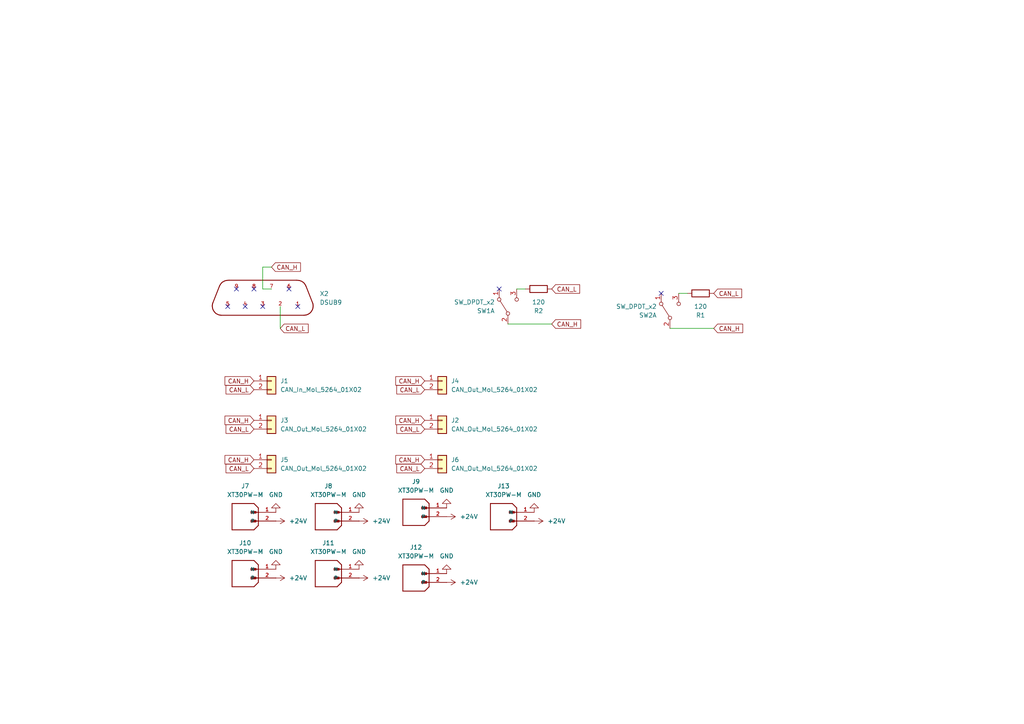
<source format=kicad_sch>
(kicad_sch (version 20231120) (generator "eeschema") (generator_version "8.0")
  (paper "A4")
  (lib_symbols
    (symbol "BC_Connectors:BC_Connector_Mol_5264_01X02" (pin_names (offset 1.016) hide)
      (property "Reference" "J" (at 0 7.62 0))
      (property "Value" "BC_Connector_Mol_5264_01X02" (at 0.508 -0.762 0))
      (symbol "BC_Connector_Mol_5264_01X02_1_1"
        (rectangle (start -1.27 2.667) (end 0 2.413) (stroke (width 0.1524)))
        (rectangle (start -1.27 5.207) (end 0 4.953) (stroke (width 0.1524)))
        (rectangle (start -1.27 6.35) (end 1.27 1.27) (stroke (width 0.254)) (fill (type background)))
        (pin passive line (at -5.08 5.08 0) (length 3.81) (name "Pin_1") (number "1"))
        (pin passive line (at -5.08 2.54 0) (length 3.81) (name "Pin_2") (number "2"))
      )
    )
    (symbol "DSUB9_1" (pin_names (offset 1.016))
      (property "Reference" "X2" (at 16.51 1.1796 0))
      (property "Value" "DSUB9" (at 16.51 -1.3604 0))
      (symbol "DSUB9_1_0_0"
        (polyline (pts (xy -14.6304 -2.5146) (xy -14.5796 -2.8194)) (stroke (width 0.254)))
        (polyline (pts (xy -14.6304 -2.286) (xy -14.6304 -2.5146)) (stroke (width 0.254)))
        (polyline (pts (xy -14.605 -2.032) (xy -14.6304 -2.286)) (stroke (width 0.254)))
        (polyline (pts (xy -14.5796 -2.8194) (xy -14.5288 -3.0988)) (stroke (width 0.254)))
        (polyline (pts (xy -14.5542 -1.7526) (xy -14.605 -2.032)) (stroke (width 0.254)))
        (polyline (pts (xy -14.5288 -3.0988) (xy -14.4018 -3.4798)) (stroke (width 0.254)))
        (polyline (pts (xy -14.478 -1.524) (xy -14.5542 -1.7526)) (stroke (width 0.254)))
        (polyline (pts (xy -14.478 -1.524) (xy -12.573 3.302)) (stroke (width 0.254)))
        (polyline (pts (xy -14.4018 -3.4798) (xy -14.1986 -3.8354)) (stroke (width 0.254)))
        (polyline (pts (xy -14.1986 -3.8354) (xy -13.97 -4.1656)) (stroke (width 0.254)))
        (polyline (pts (xy -13.97 -4.1656) (xy -13.6398 -4.4958)) (stroke (width 0.254)))
        (polyline (pts (xy -13.6398 -4.4958) (xy -13.2334 -4.7498)) (stroke (width 0.254)))
        (polyline (pts (xy -13.2334 -4.7498) (xy -12.9032 -4.9022)) (stroke (width 0.254)))
        (polyline (pts (xy -12.9032 -4.9022) (xy -12.573 -5.0038)) (stroke (width 0.254)))
        (polyline (pts (xy -12.573 -5.0038) (xy -12.2682 -5.0546)) (stroke (width 0.254)))
        (polyline (pts (xy -12.446 3.5814) (xy -12.573 3.302)) (stroke (width 0.254)))
        (polyline (pts (xy -12.2682 -5.0546) (xy -12.065 -5.08)) (stroke (width 0.254)))
        (polyline (pts (xy -12.2428 3.9116) (xy -12.446 3.5814)) (stroke (width 0.254)))
        (polyline (pts (xy -11.9634 4.2926) (xy -12.2428 3.9116)) (stroke (width 0.254)))
        (polyline (pts (xy -11.5824 4.5974) (xy -11.9634 4.2926)) (stroke (width 0.254)))
        (polyline (pts (xy -11.0998 4.8514) (xy -11.5824 4.5974)) (stroke (width 0.254)))
        (polyline (pts (xy -10.6426 5.0038) (xy -11.0998 4.8514)) (stroke (width 0.254)))
        (polyline (pts (xy -10.2616 5.0546) (xy -10.6426 5.0038)) (stroke (width 0.254)))
        (polyline (pts (xy -9.779 5.08) (xy -10.2616 5.0546)) (stroke (width 0.254)))
        (polyline (pts (xy -9.779 5.08) (xy 9.779 5.08)) (stroke (width 0.254)))
        (polyline (pts (xy 9.779 5.08) (xy 10.2616 5.0546)) (stroke (width 0.254)))
        (polyline (pts (xy 10.2616 5.0546) (xy 10.6426 5.0038)) (stroke (width 0.254)))
        (polyline (pts (xy 10.6426 5.0038) (xy 11.0998 4.8514)) (stroke (width 0.254)))
        (polyline (pts (xy 11.0998 4.8514) (xy 11.5824 4.5974)) (stroke (width 0.254)))
        (polyline (pts (xy 11.5824 4.5974) (xy 11.9634 4.2926)) (stroke (width 0.254)))
        (polyline (pts (xy 11.938 -5.08) (xy -12.065 -5.08)) (stroke (width 0.254)))
        (polyline (pts (xy 11.9634 4.2926) (xy 12.2428 3.9116)) (stroke (width 0.254)))
        (polyline (pts (xy 12.2428 3.9116) (xy 12.446 3.5814)) (stroke (width 0.254)))
        (polyline (pts (xy 12.2682 -5.0546) (xy 11.938 -5.08)) (stroke (width 0.254)))
        (polyline (pts (xy 12.446 3.5814) (xy 12.573 3.302)) (stroke (width 0.254)))
        (polyline (pts (xy 12.573 -5.0038) (xy 12.2682 -5.0546)) (stroke (width 0.254)))
        (polyline (pts (xy 12.9032 -4.9022) (xy 12.573 -5.0038)) (stroke (width 0.254)))
        (polyline (pts (xy 13.2334 -4.7498) (xy 12.9032 -4.9022)) (stroke (width 0.254)))
        (polyline (pts (xy 13.6398 -4.4958) (xy 13.2334 -4.7498)) (stroke (width 0.254)))
        (polyline (pts (xy 13.97 -4.1656) (xy 13.6398 -4.4958)) (stroke (width 0.254)))
        (polyline (pts (xy 14.1986 -3.8354) (xy 13.97 -4.1656)) (stroke (width 0.254)))
        (polyline (pts (xy 14.4018 -3.4798) (xy 14.1986 -3.8354)) (stroke (width 0.254)))
        (polyline (pts (xy 14.478 -1.524) (xy 12.573 3.302)) (stroke (width 0.254)))
        (polyline (pts (xy 14.478 -1.524) (xy 14.5542 -1.7526)) (stroke (width 0.254)))
        (polyline (pts (xy 14.5288 -3.0988) (xy 14.4018 -3.4798)) (stroke (width 0.254)))
        (polyline (pts (xy 14.5542 -1.7526) (xy 14.605 -2.032)) (stroke (width 0.254)))
        (polyline (pts (xy 14.5796 -2.8194) (xy 14.5288 -3.0988)) (stroke (width 0.254)))
        (polyline (pts (xy 14.605 -2.032) (xy 14.6304 -2.286)) (stroke (width 0.254)))
        (polyline (pts (xy 14.6304 -2.5146) (xy 14.5796 -2.8194)) (stroke (width 0.254)))
        (polyline (pts (xy 14.6304 -2.286) (xy 14.6304 -2.5146)) (stroke (width 0.254)))
        (pin passive line (at 10.16 -2.54 0) (length 0) (name "~") (number "1"))
        (pin passive line (at 5.08 -2.54 0) (length 0) (name "~") (number "2"))
        (pin passive line (at 0 -2.54 0) (length 0) (name "~") (number "3"))
        (pin passive line (at -5.08 -2.54 0) (length 0) (name "~") (number "4"))
        (pin passive line (at -10.16 -2.54 0) (length 0) (name "~") (number "5"))
        (pin passive line (at 7.62 2.54 0) (length 0) (name "~") (number "6"))
        (pin passive line (at 2.54 2.54 0) (length 0) (name "~") (number "7"))
        (pin passive line (at -2.54 2.54 0) (length 0) (name "~") (number "8"))
        (pin passive line (at -7.62 2.54 0) (length 0) (name "~") (number "9"))
      )
    )
    (symbol "Device:R" (pin_numbers hide) (pin_names (offset 0))
      (property "Reference" "R" (at 2.032 0 90))
      (property "Value" "R" (at 0 0 90))
      (symbol "R_0_1"
        (rectangle (start -1.016 -2.54) (end 1.016 2.54) (stroke (width 0.254)))
      )
      (symbol "R_1_1"
        (pin passive line (at 0 3.81 270) (length 1.27) (name "~") (number "1"))
        (pin passive line (at 0 -3.81 90) (length 1.27) (name "~") (number "2"))
      )
    )
    (symbol "Switch:SW_DPDT_x2" (pin_names (offset 0) hide)
      (property "Reference" "SW" (at 0 4.318 0))
      (property "Value" "SW_DPDT_x2" (at 0 -5.08 0))
      (symbol "SW_DPDT_x2_0_0"
        (circle (center -2.032 0) (radius 0.508))
        (circle (center 2.032 -2.54) (radius 0.508))
      )
      (symbol "SW_DPDT_x2_0_1"
        (polyline (pts (xy -1.524 0.254) (xy 1.651 2.286)))
        (circle (center 2.032 2.54) (radius 0.508))
      )
      (symbol "SW_DPDT_x2_1_1"
        (pin passive line (at 5.08 2.54 180) (length 2.54) (name "A") (number "1"))
        (pin passive line (at -5.08 0 0) (length 2.54) (name "B") (number "2"))
        (pin passive line (at 5.08 -2.54 180) (length 2.54) (name "C") (number "3"))
      )
      (symbol "SW_DPDT_x2_2_1"
        (pin passive line (at 5.08 2.54 180) (length 2.54) (name "A") (number "4"))
        (pin passive line (at -5.08 0 0) (length 2.54) (name "B") (number "5"))
        (pin passive line (at 5.08 -2.54 180) (length 2.54) (name "C") (number "6"))
      )
    )
    (symbol "XT30PW-M_2" (pin_names (offset 1.016))
      (property "Reference" "J7" (at -3.81 7.62 0))
      (property "Value" "XT30PW-M" (at -3.81 5.08 0))
      (symbol "XT30PW-M_2_0_0"
        (rectangle (start -2.2225 -2.2225) (end -0.635 -2.8575) (stroke (width 0.1)) (fill (type outline)))
        (rectangle (start -2.2225 0.3175) (end -0.635 -0.3175) (stroke (width 0.1)) (fill (type outline)))
        (polyline (pts (xy -7.62 -5.08) (xy -7.62 2.54)) (stroke (width 0.254)))
        (polyline (pts (xy -7.62 2.54) (xy -1.27 2.54)) (stroke (width 0.254)))
        (polyline (pts (xy -1.27 -5.08) (xy -7.62 -5.08)) (stroke (width 0.254)))
        (polyline (pts (xy 0 -3.81) (xy -1.27 -5.08)) (stroke (width 0.254)))
        (polyline (pts (xy 0 -2.54) (xy -1.905 -2.54)) (stroke (width 0.254)))
        (polyline (pts (xy 0 0) (xy -1.905 0)) (stroke (width 0.254)))
        (polyline (pts (xy 0 0) (xy 0 -3.81)) (stroke (width 0.254)))
        (polyline (pts (xy 0 1.27) (xy -1.27 2.54)) (stroke (width 0.254)))
        (polyline (pts (xy 0 1.27) (xy 0 0)) (stroke (width 0.254)))
      )
      (symbol "XT30PW-M_2_1_0"
        (pin power_in line (at 5.08 0 180) (length 5.08) (name "N") (number "1"))
        (pin power_in line (at 5.08 -2.54 180) (length 5.08) (name "P") (number "2"))
      )
    )
    (symbol "power:+24V" (power) (pin_numbers hide) (pin_names (offset 0) hide)
      (property "Value" "+24V" (at 0 3.556 0))
      (symbol "+24V_0_1"
        (polyline (pts (xy -0.762 1.27) (xy 0 2.54)))
        (polyline (pts (xy 0 0) (xy 0 2.54)))
        (polyline (pts (xy 0 2.54) (xy 0.762 1.27)))
      )
      (symbol "+24V_1_1"
        (pin power_in line (at 0 0 90) (length 0) (name "~") (number "1"))
      )
    )
    (symbol "power:GND" (power) (pin_numbers hide) (pin_names (offset 0) hide)
      (property "Value" "GND" (at 0 -3.81 0))
      (symbol "GND_0_1"
        (polyline (pts (xy 0 0) (xy 0 -1.27) (xy 1.27 -1.27) (xy 0 -2.54) (xy -1.27 -1.27) (xy 0 -1.27)))
      )
      (symbol "GND_1_1"
        (pin power_in line (at 0 0 270) (length 0) (name "~") (number "1"))
      )
    )
  )
  (no_connect (at 83.82 83.82))
  (no_connect (at 191.77 85.09))
  (no_connect (at 73.66 83.82))
  (no_connect (at 76.2 88.9))
  (no_connect (at 66.04 88.9))
  (no_connect (at 144.78 83.82))
  (no_connect (at 71.12 88.9))
  (no_connect (at 68.58 83.82))
  (no_connect (at 86.36 88.9))
  (wire (pts (xy 160.02 93.98) (xy 147.32 93.98)))
  (wire (pts (xy 76.2 77.47) (xy 78.74 77.47)))
  (wire (pts (xy 207.01 95.25) (xy 194.31 95.25)))
  (wire (pts (xy 78.74 83.82) (xy 76.2 83.82)))
  (wire (pts (xy 81.28 88.9) (xy 81.28 95.25)))
  (wire (pts (xy 199.39 85.09) (xy 196.85 85.09)))
  (wire (pts (xy 152.4 83.82) (xy 149.86 83.82)))
  (wire (pts (xy 76.2 83.82) (xy 76.2 77.47)))
  (global_label "CAN_L" (shape input) (at 73.66 135.89 180) (property "Intersheetrefs" "${INTERSHEET_REFS}" (effects (hide yes))))
  (global_label "CAN_H" (shape input) (at 73.66 133.35 180) (property "Intersheetrefs" "${INTERSHEET_REFS}" (effects (hide yes))))
  (global_label "CAN_L" (shape input) (at 73.66 113.03 180) (property "Intersheetrefs" "${INTERSHEET_REFS}" (effects (hide yes))))
  (global_label "CAN_L" (shape input) (at 73.66 124.46 180) (property "Intersheetrefs" "${INTERSHEET_REFS}" (effects (hide yes))))
  (global_label "CAN_H" (shape input) (at 73.66 121.92 180) (property "Intersheetrefs" "${INTERSHEET_REFS}" (effects (hide yes))))
  (global_label "CAN_L" (shape input) (at 123.19 135.89 180) (property "Intersheetrefs" "${INTERSHEET_REFS}" (effects (hide yes))))
  (global_label "CAN_H" (shape input) (at 123.19 110.49 180) (property "Intersheetrefs" "${INTERSHEET_REFS}" (effects (hide yes))))
  (global_label "CAN_H" (shape input) (at 160.02 93.98 0) (property "Intersheetrefs" "${INTERSHEET_REFS}" (effects (hide yes))))
  (global_label "CAN_L" (shape input) (at 123.19 113.03 180) (property "Intersheetrefs" "${INTERSHEET_REFS}" (effects (hide yes))))
  (global_label "CAN_H" (shape input) (at 207.01 95.25 0) (property "Intersheetrefs" "${INTERSHEET_REFS}" (effects (hide yes))))
  (global_label "CAN_L" (shape input) (at 207.01 85.09 0) (property "Intersheetrefs" "${INTERSHEET_REFS}" (effects (hide yes))))
  (global_label "CAN_H" (shape input) (at 73.66 110.49 180) (property "Intersheetrefs" "${INTERSHEET_REFS}" (effects (hide yes))))
  (global_label "CAN_L" (shape input) (at 160.02 83.82 0) (property "Intersheetrefs" "${INTERSHEET_REFS}" (effects (hide yes))))
  (global_label "CAN_L" (shape input) (at 81.28 95.25 0) (property "Intersheetrefs" "${INTERSHEET_REFS}" (effects (hide yes))))
  (global_label "CAN_L" (shape input) (at 123.19 124.46 180) (property "Intersheetrefs" "${INTERSHEET_REFS}" (effects (hide yes))))
  (global_label "CAN_H" (shape input) (at 123.19 121.92 180) (property "Intersheetrefs" "${INTERSHEET_REFS}" (effects (hide yes))))
  (global_label "CAN_H" (shape input) (at 123.19 133.35 180) (property "Intersheetrefs" "${INTERSHEET_REFS}" (effects (hide yes))))
  (global_label "CAN_H" (shape input) (at 78.74 77.47 0) (property "Intersheetrefs" "${INTERSHEET_REFS}" (effects (hide yes))))
  (symbol (lib_id "power:+24V") (at 104.14 167.64 270) (unit 1)
    (property "Reference" "#PWR010" (effects (hide yes)))
    (property "Value" "+24V" (at 107.95 167.6399 90) (effects (justify left)))
    (property "Description" "Power symbol creates a global label with name \"+24V\"" (effects (hide yes)))
  )
  (symbol (lib_id "Switch:SW_DPDT_x2") (at 147.32 88.9 90) (unit 1)
    (property "Reference" "SW1" (at 143.51 90.17 90) (effects (justify left)))
    (property "Value" "SW_DPDT_x2" (at 143.51 87.63 90) (effects (justify left)))
    (property "Footprint" "BC_IC_components:SW_slide-03" (effects (hide yes)))
  )
  (symbol (lib_name "XT30PW-M_2") (lib_id "BC_Connectors:XT30PW-M") (at 124.46 147.32 0) (unit 1)
    (property "Reference" "J9" (at 120.65 139.7 0))
    (property "Value" "XT30PW-M" (at 120.65 142.24 0))
    (property "Footprint" "Connector_AMASS:AMASS_XT30PW-F_1x02_P2.50mm_Horizontal" (effects (hide yes)))
    (property "Description" "\nSocket; DC supply; XT30; male; PIN: 2; on PCBs; THT; Colour: yellow\n" (effects (hide yes)))
    (property "MF" "AMASS" (effects (hide yes)))
    (property "MAXIMUM_PACKAGE_HEIGHT" "5 mm" (effects (hide yes)))
    (property "Package" "None" (effects (hide yes)))
    (property "Price" "None" (effects (hide yes)))
    (property "Check_prices" "https://www.snapeda.com/parts/XT30PW-M/AMASS/view-part/?ref=eda" (effects (hide yes)))
    (property "STANDARD" "Manufacturer Recommendations" (effects (hide yes)))
    (property "PARTREV" "1.2" (effects (hide yes)))
    (property "SnapEDA_Link" "https://www.snapeda.com/parts/XT30PW-M/AMASS/view-part/?ref=snap" (effects (hide yes)))
    (property "MP" "XT30PW-M" (effects (hide yes)))
    (property "MANUFACTURER" "Amass" (effects (hide yes)))
    (property "Availability" "Not in stock" (effects (hide yes)))
    (property "SNAPEDA_PN" "XT30PW-M" (effects (hide yes)))
  )
  (symbol (lib_id "BC_Connectors:BC_Connector_Mol_5264_01X02") (at 128.27 127 0) (unit 1)
    (property "Reference" "J2" (at 130.81 121.9199 0) (effects (justify left)))
    (property "Value" "CAN_Out_Mol_5264_01X02" (at 130.81 124.4599 0) (effects (justify left)))
    (property "Footprint" "Connector_Molex:Molex_PicoBlade_53047-0210_1x02_P1.25mm_Vertical" (effects (hide yes)))
  )
  (symbol (lib_name "XT30PW-M_2") (lib_id "BC_Connectors:XT30PW-M") (at 74.93 165.1 0) (unit 1)
    (property "Reference" "J10" (at 71.12 157.48 0))
    (property "Value" "XT30PW-M" (at 71.12 160.02 0))
    (property "Footprint" "Connector_AMASS:AMASS_XT30PW-F_1x02_P2.50mm_Horizontal" (effects (hide yes)))
    (property "Description" "\nSocket; DC supply; XT30; male; PIN: 2; on PCBs; THT; Colour: yellow\n" (effects (hide yes)))
    (property "MF" "AMASS" (effects (hide yes)))
    (property "MAXIMUM_PACKAGE_HEIGHT" "5 mm" (effects (hide yes)))
    (property "Package" "None" (effects (hide yes)))
    (property "Price" "None" (effects (hide yes)))
    (property "Check_prices" "https://www.snapeda.com/parts/XT30PW-M/AMASS/view-part/?ref=eda" (effects (hide yes)))
    (property "STANDARD" "Manufacturer Recommendations" (effects (hide yes)))
    (property "PARTREV" "1.2" (effects (hide yes)))
    (property "SnapEDA_Link" "https://www.snapeda.com/parts/XT30PW-M/AMASS/view-part/?ref=snap" (effects (hide yes)))
    (property "MP" "XT30PW-M" (effects (hide yes)))
    (property "MANUFACTURER" "Amass" (effects (hide yes)))
    (property "Availability" "Not in stock" (effects (hide yes)))
    (property "SNAPEDA_PN" "XT30PW-M" (effects (hide yes)))
  )
  (symbol (lib_id "power:GND") (at 104.14 148.59 180) (unit 1)
    (property "Reference" "#PWR03" (effects (hide yes)))
    (property "Value" "GND" (at 104.14 143.51 0))
    (property "Description" "Power symbol creates a global label with name \"GND\" , ground" (effects (hide yes)))
  )
  (symbol (lib_id "BC_Connectors:BC_Connector_Mol_5264_01X02") (at 78.74 115.57 0) (unit 1)
    (property "Reference" "J1" (at 81.28 110.4899 0) (effects (justify left)))
    (property "Value" "CAN_In_Mol_5264_01X02" (at 81.28 113.0299 0) (effects (justify left)))
    (property "Footprint" "Connector_Molex:Molex_PicoBlade_53047-0210_1x02_P1.25mm_Vertical" (effects (hide yes)))
  )
  (symbol (lib_id "BC_Connectors:BC_Connector_Mol_5264_01X02") (at 128.27 115.57 0) (unit 1)
    (property "Reference" "J4" (at 130.81 110.4899 0) (effects (justify left)))
    (property "Value" "CAN_Out_Mol_5264_01X02" (at 130.81 113.0299 0) (effects (justify left)))
    (property "Footprint" "Connector_Molex:Molex_PicoBlade_53047-0210_1x02_P1.25mm_Vertical" (effects (hide yes)))
  )
  (symbol (lib_name "DSUB9_1") (lib_id "BC_Connectors:DSUB9") (at 76.2 86.36 0) (unit 1)
    (property "Reference" "X2" (at 92.71 85.1804 0) (effects (justify left)))
    (property "Value" "DSUB9" (at 92.71 87.7204 0) (effects (justify left)))
    (property "Footprint" "Connector_Dsub:DSUB-9_Female_Horizontal_P2.77x2.84mm_EdgePinOffset14.56mm_Housed_MountingHolesOffset15.98mm" (effects (hide yes)))
    (property "Description" "  \nAdapter Connector D-Sub, 9 Pin Female To D-Sub, 9 Pin Female Free Hanging (In-Line)\n" (effects (hide yes)))
    (property "MF" " " (effects (hide yes)))
    (property "Package" " " (effects (hide yes)))
    (property "Price" "  " (effects (hide yes)))
    (property "SnapEDA_Link" " " (effects (hide yes)))
    (property "MP" " " (effects (hide yes)))
    (property "Availability" " " (effects (hide yes)))
    (property "Check_prices" " " (effects (hide yes)))
  )
  (symbol (lib_id "power:+24V") (at 104.14 151.13 270) (unit 1)
    (property "Reference" "#PWR04" (effects (hide yes)))
    (property "Value" "+24V" (at 107.95 151.1299 90) (effects (justify left)))
    (property "Description" "Power symbol creates a global label with name \"+24V\"" (effects (hide yes)))
  )
  (symbol (lib_id "BC_Connectors:BC_Connector_Mol_5264_01X02") (at 128.27 138.43 0) (unit 1)
    (property "Reference" "J6" (at 130.81 133.3499 0) (effects (justify left)))
    (property "Value" "CAN_Out_Mol_5264_01X02" (at 130.81 135.8899 0) (effects (justify left)))
    (property "Footprint" "Connector_Molex:Molex_PicoBlade_53047-0210_1x02_P1.25mm_Vertical" (effects (hide yes)))
  )
  (symbol (lib_name "XT30PW-M_2") (lib_id "BC_Connectors:XT30PW-M") (at 74.93 148.59 0) (unit 1)
    (property "Reference" "J7" (at 71.12 140.97 0))
    (property "Value" "XT30PW-M" (at 71.12 143.51 0))
    (property "Footprint" "Connector_AMASS:AMASS_XT30PW-F_1x02_P2.50mm_Horizontal" (effects (hide yes)))
    (property "Description" "\nSocket; DC supply; XT30; male; PIN: 2; on PCBs; THT; Colour: yellow\n" (effects (hide yes)))
    (property "MF" "AMASS" (effects (hide yes)))
    (property "MAXIMUM_PACKAGE_HEIGHT" "5 mm" (effects (hide yes)))
    (property "Package" "None" (effects (hide yes)))
    (property "Price" "None" (effects (hide yes)))
    (property "Check_prices" "https://www.snapeda.com/parts/XT30PW-M/AMASS/view-part/?ref=eda" (effects (hide yes)))
    (property "STANDARD" "Manufacturer Recommendations" (effects (hide yes)))
    (property "PARTREV" "1.2" (effects (hide yes)))
    (property "SnapEDA_Link" "https://www.snapeda.com/parts/XT30PW-M/AMASS/view-part/?ref=snap" (effects (hide yes)))
    (property "MP" "XT30PW-M" (effects (hide yes)))
    (property "MANUFACTURER" "Amass" (effects (hide yes)))
    (property "Availability" "Not in stock" (effects (hide yes)))
    (property "SNAPEDA_PN" "XT30PW-M" (effects (hide yes)))
  )
  (symbol (lib_id "power:GND") (at 80.01 165.1 180) (unit 1)
    (property "Reference" "#PWR07" (effects (hide yes)))
    (property "Value" "GND" (at 80.01 160.02 0))
    (property "Description" "Power symbol creates a global label with name \"GND\" , ground" (effects (hide yes)))
  )
  (symbol (lib_id "power:GND") (at 104.14 165.1 180) (unit 1)
    (property "Reference" "#PWR09" (effects (hide yes)))
    (property "Value" "GND" (at 104.14 160.02 0))
    (property "Description" "Power symbol creates a global label with name \"GND\" , ground" (effects (hide yes)))
  )
  (symbol (lib_name "XT30PW-M_2") (lib_id "BC_Connectors:XT30PW-M") (at 99.06 148.59 0) (unit 1)
    (property "Reference" "J8" (at 95.25 140.97 0))
    (property "Value" "XT30PW-M" (at 95.25 143.51 0))
    (property "Footprint" "Connector_AMASS:AMASS_XT30PW-F_1x02_P2.50mm_Horizontal" (effects (hide yes)))
    (property "Description" "\nSocket; DC supply; XT30; male; PIN: 2; on PCBs; THT; Colour: yellow\n" (effects (hide yes)))
    (property "MF" "AMASS" (effects (hide yes)))
    (property "MAXIMUM_PACKAGE_HEIGHT" "5 mm" (effects (hide yes)))
    (property "Package" "None" (effects (hide yes)))
    (property "Price" "None" (effects (hide yes)))
    (property "Check_prices" "https://www.snapeda.com/parts/XT30PW-M/AMASS/view-part/?ref=eda" (effects (hide yes)))
    (property "STANDARD" "Manufacturer Recommendations" (effects (hide yes)))
    (property "PARTREV" "1.2" (effects (hide yes)))
    (property "SnapEDA_Link" "https://www.snapeda.com/parts/XT30PW-M/AMASS/view-part/?ref=snap" (effects (hide yes)))
    (property "MP" "XT30PW-M" (effects (hide yes)))
    (property "MANUFACTURER" "Amass" (effects (hide yes)))
    (property "Availability" "Not in stock" (effects (hide yes)))
    (property "SNAPEDA_PN" "XT30PW-M" (effects (hide yes)))
  )
  (symbol (lib_id "power:GND") (at 129.54 166.37 180) (unit 1)
    (property "Reference" "#PWR011" (effects (hide yes)))
    (property "Value" "GND" (at 129.54 161.29 0))
    (property "Description" "Power symbol creates a global label with name \"GND\" , ground" (effects (hide yes)))
  )
  (symbol (lib_id "power:+24V") (at 129.54 149.86 270) (unit 1)
    (property "Reference" "#PWR06" (effects (hide yes)))
    (property "Value" "+24V" (at 133.35 149.8599 90) (effects (justify left)))
    (property "Description" "Power symbol creates a global label with name \"+24V\"" (effects (hide yes)))
  )
  (symbol (lib_id "power:+24V") (at 154.94 151.13 270) (unit 1)
    (property "Reference" "#PWR014" (effects (hide yes)))
    (property "Value" "+24V" (at 158.75 151.1299 90) (effects (justify left)))
    (property "Description" "Power symbol creates a global label with name \"+24V\"" (effects (hide yes)))
  )
  (symbol (lib_id "power:GND") (at 154.94 148.59 180) (unit 1)
    (property "Reference" "#PWR013" (effects (hide yes)))
    (property "Value" "GND" (at 154.94 143.51 0))
    (property "Description" "Power symbol creates a global label with name \"GND\" , ground" (effects (hide yes)))
  )
  (symbol (lib_id "power:+24V") (at 80.01 151.13 270) (unit 1)
    (property "Reference" "#PWR01" (effects (hide yes)))
    (property "Value" "+24V" (at 83.82 151.1299 90) (effects (justify left)))
    (property "Description" "Power symbol creates a global label with name \"+24V\"" (effects (hide yes)))
  )
  (symbol (lib_name "XT30PW-M_2") (lib_id "BC_Connectors:XT30PW-M") (at 124.46 166.37 0) (unit 1)
    (property "Reference" "J12" (at 120.65 158.75 0))
    (property "Value" "XT30PW-M" (at 120.65 161.29 0))
    (property "Footprint" "Connector_AMASS:AMASS_XT30PW-F_1x02_P2.50mm_Horizontal" (effects (hide yes)))
    (property "Description" "\nSocket; DC supply; XT30; male; PIN: 2; on PCBs; THT; Colour: yellow\n" (effects (hide yes)))
    (property "MF" "AMASS" (effects (hide yes)))
    (property "MAXIMUM_PACKAGE_HEIGHT" "5 mm" (effects (hide yes)))
    (property "Package" "None" (effects (hide yes)))
    (property "Price" "None" (effects (hide yes)))
    (property "Check_prices" "https://www.snapeda.com/parts/XT30PW-M/AMASS/view-part/?ref=eda" (effects (hide yes)))
    (property "STANDARD" "Manufacturer Recommendations" (effects (hide yes)))
    (property "PARTREV" "1.2" (effects (hide yes)))
    (property "SnapEDA_Link" "https://www.snapeda.com/parts/XT30PW-M/AMASS/view-part/?ref=snap" (effects (hide yes)))
    (property "MP" "XT30PW-M" (effects (hide yes)))
    (property "MANUFACTURER" "Amass" (effects (hide yes)))
    (property "Availability" "Not in stock" (effects (hide yes)))
    (property "SNAPEDA_PN" "XT30PW-M" (effects (hide yes)))
  )
  (symbol (lib_id "BC_Connectors:BC_Connector_Mol_5264_01X02") (at 78.74 127 0) (unit 1)
    (property "Reference" "J3" (at 81.28 121.9199 0) (effects (justify left)))
    (property "Value" "CAN_Out_Mol_5264_01X02" (at 81.28 124.4599 0) (effects (justify left)))
    (property "Footprint" "Connector_Molex:Molex_PicoBlade_53047-0210_1x02_P1.25mm_Vertical" (effects (hide yes)))
  )
  (symbol (lib_id "Switch:SW_DPDT_x2") (at 194.31 90.17 90) (unit 1)
    (property "Reference" "SW2" (at 190.5 91.44 90) (effects (justify left)))
    (property "Value" "SW_DPDT_x2" (at 190.5 88.9 90) (effects (justify left)))
    (property "Footprint" "BC_IC_components:SW_slide-03" (effects (hide yes)))
  )
  (symbol (lib_id "power:GND") (at 80.01 148.59 180) (unit 1)
    (property "Reference" "#PWR02" (effects (hide yes)))
    (property "Value" "GND" (at 80.01 143.51 0))
    (property "Description" "Power symbol creates a global label with name \"GND\" , ground" (effects (hide yes)))
  )
  (symbol (lib_id "power:GND") (at 129.54 147.32 180) (unit 1)
    (property "Reference" "#PWR05" (effects (hide yes)))
    (property "Value" "GND" (at 129.54 142.24 0))
    (property "Description" "Power symbol creates a global label with name \"GND\" , ground" (effects (hide yes)))
  )
  (symbol (lib_id "BC_Connectors:BC_Connector_Mol_5264_01X02") (at 78.74 138.43 0) (unit 1)
    (property "Reference" "J5" (at 81.28 133.3499 0) (effects (justify left)))
    (property "Value" "CAN_Out_Mol_5264_01X02" (at 81.28 135.8899 0) (effects (justify left)))
    (property "Footprint" "Connector_Molex:Molex_PicoBlade_53047-0210_1x02_P1.25mm_Vertical" (effects (hide yes)))
  )
  (symbol (lib_id "power:+24V") (at 129.54 168.91 270) (unit 1)
    (property "Reference" "#PWR012" (effects (hide yes)))
    (property "Value" "+24V" (at 133.35 168.9099 90) (effects (justify left)))
    (property "Description" "Power symbol creates a global label with name \"+24V\"" (effects (hide yes)))
  )
  (symbol (lib_name "XT30PW-M_2") (lib_id "BC_Connectors:XT30PW-M") (at 99.06 165.1 0) (unit 1)
    (property "Reference" "J11" (at 95.25 157.48 0))
    (property "Value" "XT30PW-M" (at 95.25 160.02 0))
    (property "Footprint" "Connector_AMASS:AMASS_XT30PW-F_1x02_P2.50mm_Horizontal" (effects (hide yes)))
    (property "Description" "\nSocket; DC supply; XT30; male; PIN: 2; on PCBs; THT; Colour: yellow\n" (effects (hide yes)))
    (property "MF" "AMASS" (effects (hide yes)))
    (property "MAXIMUM_PACKAGE_HEIGHT" "5 mm" (effects (hide yes)))
    (property "Package" "None" (effects (hide yes)))
    (property "Price" "None" (effects (hide yes)))
    (property "Check_prices" "https://www.snapeda.com/parts/XT30PW-M/AMASS/view-part/?ref=eda" (effects (hide yes)))
    (property "STANDARD" "Manufacturer Recommendations" (effects (hide yes)))
    (property "PARTREV" "1.2" (effects (hide yes)))
    (property "SnapEDA_Link" "https://www.snapeda.com/parts/XT30PW-M/AMASS/view-part/?ref=snap" (effects (hide yes)))
    (property "MP" "XT30PW-M" (effects (hide yes)))
    (property "MANUFACTURER" "Amass" (effects (hide yes)))
    (property "Availability" "Not in stock" (effects (hide yes)))
    (property "SNAPEDA_PN" "XT30PW-M" (effects (hide yes)))
  )
  (symbol (lib_id "Device:R") (at 156.21 83.82 270) (unit 1)
    (property "Reference" "R2" (at 156.21 90.17 90))
    (property "Value" "120" (at 156.21 87.63 90))
    (property "Footprint" "Resistor_THT:R_Axial_DIN0207_L6.3mm_D2.5mm_P7.62mm_Horizontal" (effects (hide yes)))
  )
  (symbol (lib_name "XT30PW-M_2") (lib_id "BC_Connectors:XT30PW-M") (at 149.86 148.59 0) (unit 1)
    (property "Reference" "J13" (at 146.05 140.97 0))
    (property "Value" "XT30PW-M" (at 146.05 143.51 0))
    (property "Footprint" "Connector_AMASS:AMASS_XT30PW-F_1x02_P2.50mm_Horizontal" (effects (hide yes)))
    (property "Description" "\nSocket; DC supply; XT30; male; PIN: 2; on PCBs; THT; Colour: yellow\n" (effects (hide yes)))
    (property "MF" "AMASS" (effects (hide yes)))
    (property "MAXIMUM_PACKAGE_HEIGHT" "5 mm" (effects (hide yes)))
    (property "Package" "None" (effects (hide yes)))
    (property "Price" "None" (effects (hide yes)))
    (property "Check_prices" "https://www.snapeda.com/parts/XT30PW-M/AMASS/view-part/?ref=eda" (effects (hide yes)))
    (property "STANDARD" "Manufacturer Recommendations" (effects (hide yes)))
    (property "PARTREV" "1.2" (effects (hide yes)))
    (property "SnapEDA_Link" "https://www.snapeda.com/parts/XT30PW-M/AMASS/view-part/?ref=snap" (effects (hide yes)))
    (property "MP" "XT30PW-M" (effects (hide yes)))
    (property "MANUFACTURER" "Amass" (effects (hide yes)))
    (property "Availability" "Not in stock" (effects (hide yes)))
    (property "SNAPEDA_PN" "XT30PW-M" (effects (hide yes)))
  )
  (symbol (lib_id "Device:R") (at 203.2 85.09 270) (unit 1)
    (property "Reference" "R1" (at 203.2 91.44 90))
    (property "Value" "120" (at 203.2 88.9 90))
    (property "Footprint" "Resistor_THT:R_Axial_DIN0207_L6.3mm_D2.5mm_P7.62mm_Horizontal" (effects (hide yes)))
  )
  (symbol (lib_id "power:+24V") (at 80.01 167.64 270) (unit 1)
    (property "Reference" "#PWR08" (effects (hide yes)))
    (property "Value" "+24V" (at 83.82 167.6399 90) (effects (justify left)))
    (property "Description" "Power symbol creates a global label with name \"+24V\"" (effects (hide yes)))
  )
)
</source>
